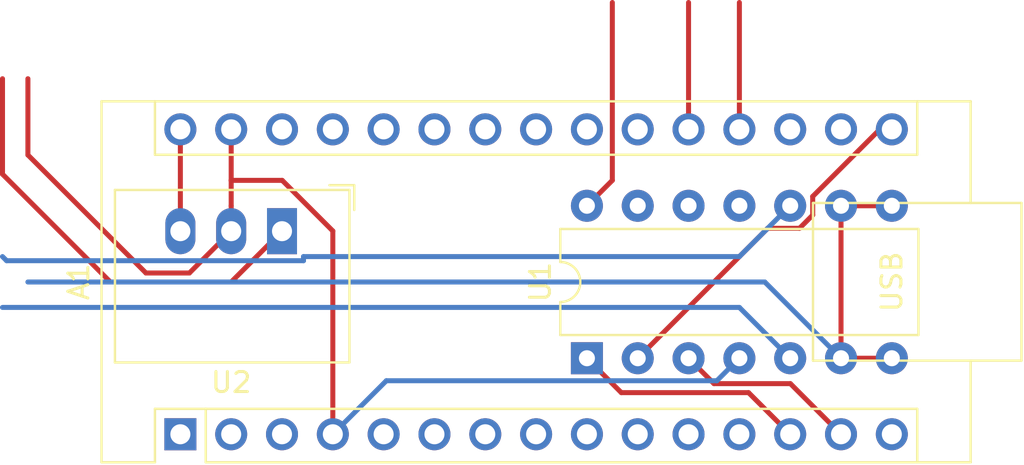
<source format=kicad_pcb>
(kicad_pcb (version 20221018) (generator pcbnew)
  (layers (0 "F.Cu" signal) (31 "B.Cu" signal) (34 "B.Paste" user) (35 "F.Paste" user) (36 "B.SilkS" user "B.Silkscreen") (37 "F.SilkS" user "F.Silkscreen") (38 "B.Mask" user) (39 "F.Mask" user) (44 "Edge.Cuts" user))
  (net 0 "")
  (net 4 "GND")
  (net 13 "Net-(A1-D10)")
  (net 14 "Net-(A1-D11)")
  (net 16 "Net-(A1-D13)")
  (net 19 "/SW_Ref_6")
  (net 20 "/SW_Ref_12")
  (net 27 "/SW_Pos_2")
  (net 29 "/Remote_Ring")
  (net 30 "/Remote_Ref")
  (net 31 "/Remote_Tip")
  (net 35 "+12V")
  (footprint "Module:Arduino_Nano" (layer "F.Cu") (at 128.27 96.51 90)
    (fp_text reference "A1" (at 7.62 -5.08 90) (layer "F.SilkS"))
    (fp_text value "Arduino_Nano_v3.x")
    (fp_text user "USB" (at 7.62 35.56 90 unlocked) (layer "F.SilkS"))
    (fp_line (start -1.4 -3.94) (end -1.4 -1.27) (stroke (width 0.12)) (layer "F.SilkS"))
    (fp_line (start -1.4 1.27) (end -1.4 39.5) (stroke (width 0.12)) (layer "F.SilkS"))
    (fp_line (start -1.4 39.5) (end 3.68 39.5) (stroke (width 0.12)) (layer "F.SilkS"))
    (fp_line (start 1.27 -1.27) (end -1.4 -1.27) (stroke (width 0.12)) (layer "F.SilkS"))
    (fp_line (start 1.27 1.27) (end -1.4 1.27) (stroke (width 0.12)) (layer "F.SilkS"))
    (fp_line (start 1.27 1.27) (end 1.27 -1.27) (stroke (width 0.12)) (layer "F.SilkS"))
    (fp_line (start 1.27 1.27) (end 1.27 36.83) (stroke (width 0.12)) (layer "F.SilkS"))
    (fp_line (start 1.27 36.83) (end -1.4 36.83) (stroke (width 0.12)) (layer "F.SilkS"))
    (fp_line (start 3.68 31.62) (end 11.56 31.62) (stroke (width 0.12)) (layer "F.SilkS"))
    (fp_line (start 3.68 42.04) (end 3.68 31.62) (stroke (width 0.12)) (layer "F.SilkS"))
    (fp_line (start 11.56 31.62) (end 11.56 42.04) (stroke (width 0.12)) (layer "F.SilkS"))
    (fp_line (start 11.56 42.04) (end 3.68 42.04) (stroke (width 0.12)) (layer "F.SilkS"))
    (fp_line (start 13.97 -1.27) (end 13.97 36.83) (stroke (width 0.12)) (layer "F.SilkS"))
    (fp_line (start 13.97 -1.27) (end 16.64 -1.27) (stroke (width 0.12)) (layer "F.SilkS"))
    (fp_line (start 13.97 36.83) (end 16.64 36.83) (stroke (width 0.12)) (layer "F.SilkS"))
    (fp_line (start 16.64 -3.94) (end -1.4 -3.94) (stroke (width 0.12)) (layer "F.SilkS"))
    (fp_line (start 16.64 39.5) (end 11.56 39.5) (stroke (width 0.12)) (layer "F.SilkS"))
    (fp_line (start 16.64 39.5) (end 16.64 -3.94) (stroke (width 0.12)) (layer "F.SilkS"))
    (pad "1" thru_hole rect (at 0 0 90) (size 1.6 1.6) (drill 1) (layers "*.Cu" "*.Mask"))
    (pad "2" thru_hole oval (at 0 2.54 90) (size 1.6 1.6) (drill 1) (layers "*.Cu" "*.Mask"))
    (pad "3" thru_hole oval (at 0 5.08 90) (size 1.6 1.6) (drill 1) (layers "*.Cu" "*.Mask"))
    (pad "4" thru_hole oval (at 0 7.62 90) (size 1.6 1.6) (drill 1) (layers "*.Cu" "*.Mask") (net 4 "GND"))
    (pad "5" thru_hole oval (at 0 10.16 90) (size 1.6 1.6) (drill 1) (layers "*.Cu" "*.Mask"))
    (pad "6" thru_hole oval (at 0 12.7 90) (size 1.6 1.6) (drill 1) (layers "*.Cu" "*.Mask"))
    (pad "7" thru_hole oval (at 0 15.24 90) (size 1.6 1.6) (drill 1) (layers "*.Cu" "*.Mask"))
    (pad "8" thru_hole oval (at 0 17.78 90) (size 1.6 1.6) (drill 1) (layers "*.Cu" "*.Mask"))
    (pad "9" thru_hole oval (at 0 20.32 90) (size 1.6 1.6) (drill 1) (layers "*.Cu" "*.Mask"))
    (pad "10" thru_hole oval (at 0 22.86 90) (size 1.6 1.6) (drill 1) (layers "*.Cu" "*.Mask"))
    (pad "11" thru_hole oval (at 0 25.4 90) (size 1.6 1.6) (drill 1) (layers "*.Cu" "*.Mask"))
    (pad "12" thru_hole oval (at 0 27.94 90) (size 1.6 1.6) (drill 1) (layers "*.Cu" "*.Mask"))
    (pad "13" thru_hole oval (at 0 30.48 90) (size 1.6 1.6) (drill 1) (layers "*.Cu" "*.Mask") (net 13 "Net-(A1-D10)"))
    (pad "14" thru_hole oval (at 0 33.02 90) (size 1.6 1.6) (drill 1) (layers "*.Cu" "*.Mask") (net 14 "Net-(A1-D11)"))
    (pad "15" thru_hole oval (at 0 35.56 90) (size 1.6 1.6) (drill 1) (layers "*.Cu" "*.Mask"))
    (pad "16" thru_hole oval (at 15.24 35.56 90) (size 1.6 1.6) (drill 1) (layers "*.Cu" "*.Mask") (net 16 "Net-(A1-D13)"))
    (pad "17" thru_hole oval (at 15.24 33.02 90) (size 1.6 1.6) (drill 1) (layers "*.Cu" "*.Mask"))
    (pad "18" thru_hole oval (at 15.24 30.48 90) (size 1.6 1.6) (drill 1) (layers "*.Cu" "*.Mask"))
    (pad "19" thru_hole oval (at 15.24 27.94 90) (size 1.6 1.6) (drill 1) (layers "*.Cu" "*.Mask") (net 19 "/SW_Ref_6"))
    (pad "20" thru_hole oval (at 15.24 25.4 90) (size 1.6 1.6) (drill 1) (layers "*.Cu" "*.Mask") (net 20 "/SW_Ref_12"))
    (pad "21" thru_hole oval (at 15.24 22.86 90) (size 1.6 1.6) (drill 1) (layers "*.Cu" "*.Mask"))
    (pad "22" thru_hole oval (at 15.24 20.32 90) (size 1.6 1.6) (drill 1) (layers "*.Cu" "*.Mask"))
    (pad "23" thru_hole oval (at 15.24 17.78 90) (size 1.6 1.6) (drill 1) (layers "*.Cu" "*.Mask"))
    (pad "24" thru_hole oval (at 15.24 15.24 90) (size 1.6 1.6) (drill 1) (layers "*.Cu" "*.Mask"))
    (pad "25" thru_hole oval (at 15.24 12.7 90) (size 1.6 1.6) (drill 1) (layers "*.Cu" "*.Mask"))
    (pad "26" thru_hole oval (at 15.24 10.16 90) (size 1.6 1.6) (drill 1) (layers "*.Cu" "*.Mask"))
    (pad "27" thru_hole oval (at 15.24 7.62 90) (size 1.6 1.6) (drill 1) (layers "*.Cu" "*.Mask") (net 27 "/SW_Pos_2"))
    (pad "28" thru_hole oval (at 15.24 5.08 90) (size 1.6 1.6) (drill 1) (layers "*.Cu" "*.Mask"))
    (pad "29" thru_hole oval (at 15.24 2.54 90) (size 1.6 1.6) (drill 1) (layers "*.Cu" "*.Mask") (net 4 "GND"))
    (pad "30" thru_hole oval (at 15.24 0 90) (size 1.6 1.6) (drill 1) (layers "*.Cu" "*.Mask") (net 27 "/SW_Pos_2"))
  )
  (footprint "Package_DIP:DIP-14_W7.62mm" (layer "F.Cu") (at 148.59 92.71 90)
    (fp_text reference "U1" (at 3.81 -2.33 90) (layer "F.SilkS"))
    (fp_text value "MCP4251-xxxx-P")
    (fp_line (start 1.16 -1.33) (end 1.16 16.57) (stroke (width 0.12)) (layer "F.SilkS"))
    (fp_line (start 1.16 16.57) (end 6.46 16.57) (stroke (width 0.12)) (layer "F.SilkS"))
    (fp_line (start 2.81 -1.33) (end 1.16 -1.33) (stroke (width 0.12)) (layer "F.SilkS"))
    (fp_line (start 6.46 -1.33) (end 4.81 -1.33) (stroke (width 0.12)) (layer "F.SilkS"))
    (fp_line (start 6.46 16.57) (end 6.46 -1.33) (stroke (width 0.12)) (layer "F.SilkS"))
    (fp_arc (start 4.81 -1.33) (mid 3.81 -0.33) (end 2.81 -1.33) (stroke (width 0.12)) (layer "F.SilkS"))
    (pad "1" thru_hole rect (at 0 0 90) (size 1.6 1.6) (drill 0.8) (layers "*.Cu" "*.Mask") (net 13 "Net-(A1-D10)"))
    (pad "2" thru_hole oval (at 0 2.54 90) (size 1.6 1.6) (drill 0.8) (layers "*.Cu" "*.Mask") (net 16 "Net-(A1-D13)"))
    (pad "3" thru_hole oval (at 0 5.08 90) (size 1.6 1.6) (drill 0.8) (layers "*.Cu" "*.Mask") (net 14 "Net-(A1-D11)"))
    (pad "4" thru_hole oval (at 0 7.62 90) (size 1.6 1.6) (drill 0.8) (layers "*.Cu" "*.Mask") (net 4 "GND"))
    (pad "5" thru_hole oval (at 0 10.16 90) (size 1.6 1.6) (drill 0.8) (layers "*.Cu" "*.Mask") (net 29 "/Remote_Ring"))
    (pad "6" thru_hole oval (at 0 12.7 90) (size 1.6 1.6) (drill 0.8) (layers "*.Cu" "*.Mask") (net 30 "/Remote_Ref"))
    (pad "7" thru_hole oval (at 0 15.24 90) (size 1.6 1.6) (drill 0.8) (layers "*.Cu" "*.Mask") (net 30 "/Remote_Ref"))
    (pad "8" thru_hole oval (at 7.62 15.24 90) (size 1.6 1.6) (drill 0.8) (layers "*.Cu" "*.Mask") (net 30 "/Remote_Ref"))
    (pad "9" thru_hole oval (at 7.62 12.7 90) (size 1.6 1.6) (drill 0.8) (layers "*.Cu" "*.Mask") (net 30 "/Remote_Ref"))
    (pad "10" thru_hole oval (at 7.62 10.16 90) (size 1.6 1.6) (drill 0.8) (layers "*.Cu" "*.Mask") (net 31 "/Remote_Tip"))
    (pad "11" thru_hole oval (at 7.62 7.62 90) (size 1.6 1.6) (drill 0.8) (layers "*.Cu" "*.Mask"))
    (pad "12" thru_hole oval (at 7.62 5.08 90) (size 1.6 1.6) (drill 0.8) (layers "*.Cu" "*.Mask"))
    (pad "13" thru_hole oval (at 7.62 2.54 90) (size 1.6 1.6) (drill 0.8) (layers "*.Cu" "*.Mask"))
    (pad "14" thru_hole oval (at 7.62 0 90) (size 1.6 1.6) (drill 0.8) (layers "*.Cu" "*.Mask") (net 27 "/SW_Pos_2"))
  )
  (footprint "Converter_DCDC:Converter_DCDC_RECOM_R-78E-0.5_THT" (layer "F.Cu") (at 133.35 86.36 180)
    (fp_text reference "U2" (at 2.54 -7.56) (layer "F.SilkS"))
    (fp_text value "R-785.0-0.5")
    (fp_line (start -3.611 1.06) (end -3.611 2.3) (stroke (width 0.12)) (layer "F.SilkS"))
    (fp_line (start -3.611 2.3) (end -2.371 2.3) (stroke (width 0.12)) (layer "F.SilkS"))
    (fp_line (start -3.371 -6.56) (end -3.371 2.06) (stroke (width 0.12)) (layer "F.SilkS"))
    (fp_line (start -3.371 -6.56) (end 8.35 -6.56) (stroke (width 0.12)) (layer "F.SilkS"))
    (fp_line (start -3.371 2.06) (end 8.35 2.06) (stroke (width 0.12)) (layer "F.SilkS"))
    (fp_line (start 8.35 -6.56) (end 8.35 2.06) (stroke (width 0.12)) (layer "F.SilkS"))
    (pad "1" thru_hole rect (at 0 0 180) (size 1.5 2.3) (drill 1) (layers "*.Cu" "*.Mask") (net 35 "+12V"))
    (pad "2" thru_hole oval (at 2.54 0 180) (size 1.5 2.3) (drill 1) (layers "*.Cu" "*.Mask") (net 4 "GND"))
    (pad "3" thru_hole oval (at 5.08 0 180) (size 1.5 2.3) (drill 1) (layers "*.Cu" "*.Mask") (net 27 "/SW_Pos_2"))
  )
  (segment (start 120.65 82.55) (end 120.65 78.74) (width 0.25) (layer "F.Cu") (net 4))
  (segment (start 135.89 86.35) (end 135.89 96.51) (width 0.25) (layer "F.Cu") (net 4))
  (segment (start 130.81 86.36) (end 128.72 88.45) (width 0.25) (layer "F.Cu") (net 4))
  (segment (start 130.81 85.09) (end 130.81 83.82) (width 0.25) (layer "F.Cu") (net 4))
  (segment (start 128.72 88.45) (end 126.55 88.45) (width 0.25) (layer "F.Cu") (net 4))
  (segment (start 130.81 83.82) (end 133.36 83.82) (width 0.25) (layer "F.Cu") (net 4))
  (segment (start 130.81 86.36) (end 130.81 85.09) (width 0.25) (layer "F.Cu") (net 4))
  (segment (start 130.81 83.82) (end 130.81 81.27) (width 0.25) (layer "F.Cu") (net 4))
  (segment (start 133.36 83.82) (end 135.89 86.35) (width 0.25) (layer "F.Cu") (net 4))
  (segment (start 126.55 88.45) (end 120.65 82.55) (width 0.25) (layer "F.Cu") (net 4))
  (segment (start 135.89 96.51) (end 138.565 93.835) (width 0.25) (layer "B.Cu") (net 4))
  (segment (start 155.085 93.835) (end 156.21 92.71) (width 0.25) (layer "B.Cu") (net 4))
  (segment (start 138.565 93.835) (end 155.085 93.835) (width 0.25) (layer "B.Cu") (net 4))
  (segment (start 148.59 92.71) (end 150.31 94.43) (width 0.25) (layer "F.Cu") (net 13))
  (segment (start 156.67 94.43) (end 158.75 96.51) (width 0.25) (layer "F.Cu") (net 13))
  (segment (start 150.31 94.43) (end 156.67 94.43) (width 0.25) (layer "F.Cu") (net 13))
  (segment (start 154.94 93.98) (end 158.76 93.98) (width 0.25) (layer "F.Cu") (net 14))
  (segment (start 153.67 92.71) (end 154.94 93.98) (width 0.25) (layer "F.Cu") (net 14))
  (segment (start 158.76 93.98) (end 161.29 96.51) (width 0.25) (layer "F.Cu") (net 14))
  (segment (start 163.83 81.27) (end 163.229009 81.27) (width 0.25) (layer "F.Cu") (net 16))
  (segment (start 163.229009 81.27) (end 159.875 84.624009) (width 0.25) (layer "F.Cu") (net 16))
  (segment (start 159.215991 86.215) (end 157.625 86.215) (width 0.25) (layer "F.Cu") (net 16))
  (segment (start 159.875 84.624009) (end 159.875 85.555991) (width 0.25) (layer "F.Cu") (net 16))
  (segment (start 159.875 85.555991) (end 159.215991 86.215) (width 0.25) (layer "F.Cu") (net 16))
  (segment (start 157.625 86.215) (end 151.13 92.71) (width 0.25) (layer "F.Cu") (net 16))
  (segment (start 163.83 81.27) (end 163.519009 81.27) (width 0.25) (layer "B.Cu") (net 16))
  (segment (start 156.21 81.27) (end 156.21 74.93) (width 0.25) (layer "F.Cu") (net 19))
  (segment (start 153.67 81.27) (end 153.67 74.93) (width 0.25) (layer "F.Cu") (net 20))
  (segment (start 149.86 83.82) (end 149.86 74.93) (width 0.25) (layer "F.Cu") (net 27))
  (segment (start 128.27 86.36) (end 128.27 81.27) (width 0.25) (layer "F.Cu") (net 27))
  (segment (start 148.59 85.09) (end 149.86 83.82) (width 0.25) (layer "F.Cu") (net 27))
  (segment (start 158.75 92.71) (end 156.21 90.17) (width 0.25) (layer "B.Cu") (net 29))
  (segment (start 156.21 90.17) (end 119.38 90.17) (width 0.25) (layer "B.Cu") (net 29))
  (segment (start 163.83 92.71) (end 161.29 92.71) (width 0.25) (layer "F.Cu") (net 30))
  (segment (start 161.29 85.09) (end 161.29 92.71) (width 0.25) (layer "F.Cu") (net 30))
  (segment (start 163.83 85.09) (end 161.29 85.09) (width 0.25) (layer "F.Cu") (net 30))
  (segment (start 161.29 92.71) (end 157.48 88.9) (width 0.25) (layer "B.Cu") (net 30))
  (segment (start 157.48 88.9) (end 120.65 88.9) (width 0.25) (layer "B.Cu") (net 30))
  (segment (start 158.75 85.09) (end 159.060991 85.09) (width 0.25) (layer "F.Cu") (net 31))
  (segment (start 119.585 87.835) (end 119.38 87.63) (width 0.25) (layer "B.Cu") (net 31))
  (segment (start 158.75 85.09) (end 156.21 87.63) (width 0.25) (layer "B.Cu") (net 31))
  (segment (start 134.425 87.63) (end 134.425 87.835) (width 0.25) (layer "B.Cu") (net 31))
  (segment (start 156.21 87.63) (end 134.425 87.63) (width 0.25) (layer "B.Cu") (net 31))
  (segment (start 134.425 87.835) (end 119.585 87.835) (width 0.25) (layer "B.Cu") (net 31))
  (segment (start 124.76986 88.9) (end 119.38 83.51014) (width 0.25) (layer "F.Cu") (net 35))
  (segment (start 133.35 86.36) (end 130.81 88.9) (width 0.25) (layer "F.Cu") (net 35))
  (segment (start 130.81 88.9) (end 124.76986 88.9) (width 0.25) (layer "F.Cu") (net 35))
  (segment (start 119.38 83.51014) (end 119.38 78.74) (width 0.25) (layer "F.Cu") (net 35))
)
</source>
